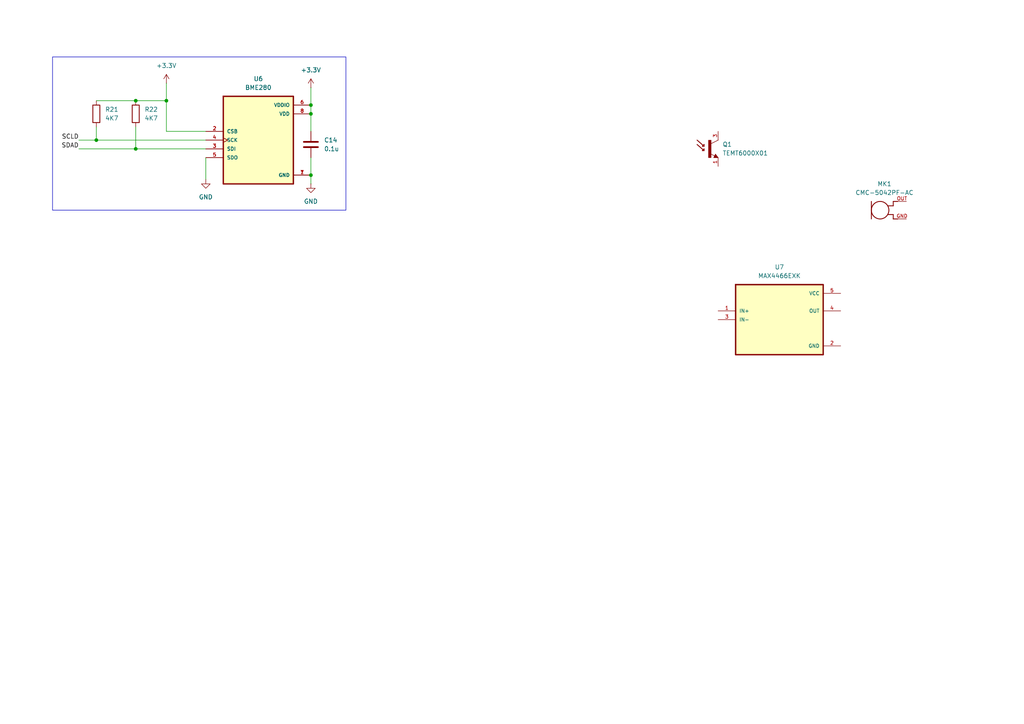
<source format=kicad_sch>
(kicad_sch (version 20250114) (generator "eeschema") (generator_version "9.0")
  (paper "A4")
  (lib_symbols
    (symbol "BME280:BME280" (pin_names (offset 1.016))
      (property "Reference" "U" (at -10.1662 13.3431 0))
      (property "Value" "BME280" (at -10.1683 -15.2524 0))
      (symbol "BME280_0_0"
        (rectangle (start -10.16 -12.7) (end 10.16 12.7) (stroke (width 0.4064)) (fill (type background)))
        (pin input line (at -15.24 2.54 0) (length 5.08) (name "CSB") (number "2"))
        (pin input clock (at -15.24 0 0) (length 5.08) (name "SCK") (number "4"))
        (pin bidirectional line (at -15.24 -2.54 0) (length 5.08) (name "SDI") (number "3"))
        (pin bidirectional line (at -15.24 -5.08 0) (length 5.08) (name "SDO") (number "5"))
        (pin power_in line (at 15.24 10.16 180) (length 5.08) (name "VDDIO") (number "6"))
        (pin power_in line (at 15.24 7.62 180) (length 5.08) (name "VDD") (number "8"))
        (pin power_in line (at 15.24 -10.16 180) (length 5.08) (name "GND") (number "1"))
        (pin power_in line (at 15.24 -10.16 180) (length 5.08) (name "GND") (number "7"))
      )
    )
    (symbol "CMC-5042PF-AC:CMC-5042PF-AC" (pin_names (offset 1.016))
      (property "Reference" "MK" (at -2.5424 5.0848 0))
      (property "Value" "CMC-5042PF-AC" (at -2.5442 -6.3606 0))
      (symbol "CMC-5042PF-AC_0_0"
        (polyline (pts (xy -2.54 2.54) (xy -2.54 -2.54)) (stroke (width 0.254)))
        (circle (center 0 0) (radius 2.54) (stroke (width 0.254)))
        (polyline (pts (xy 3.81 2.54) (xy 3.81 1.27)) (stroke (width 0.254)))
        (polyline (pts (xy 3.81 1.27) (xy 2.2352 1.27)) (stroke (width 0.254)))
        (polyline (pts (xy 3.81 -1.27) (xy 2.2352 -1.27)) (stroke (width 0.254)))
        (polyline (pts (xy 3.81 -2.54) (xy 3.81 -1.27)) (stroke (width 0.254)))
        (polyline (pts (xy 5.08 2.54) (xy 3.81 2.54)) (stroke (width 0.254)))
        (polyline (pts (xy 5.08 -2.54) (xy 3.81 -2.54)) (stroke (width 0.254)))
        (pin output line (at 7.62 2.54 180) (length 2.54) (name "~") (number "OUT"))
        (pin power_in line (at 7.62 -2.54 180) (length 2.54) (name "~") (number "GND"))
      )
    )
    (symbol "Device:C" (pin_numbers (hide yes)) (pin_names (offset 0.254))
      (property "Reference" "C" (at 0.635 2.54 0))
      (property "Value" "C" (at 0.635 -2.54 0))
      (symbol "C_0_1"
        (polyline (pts (xy -2.032 0.762) (xy 2.032 0.762)) (stroke (width 0.508)))
        (polyline (pts (xy -2.032 -0.762) (xy 2.032 -0.762)) (stroke (width 0.508)))
      )
      (symbol "C_1_1"
        (pin passive line (at 0 3.81 270) (length 2.794) (name "~") (number "1"))
        (pin passive line (at 0 -3.81 90) (length 2.794) (name "~") (number "2"))
      )
    )
    (symbol "Device:R" (pin_numbers (hide yes)) (pin_names (offset 0))
      (property "Reference" "R" (at 2.032 0 90))
      (property "Value" "R" (at 0 0 90))
      (symbol "R_0_1"
        (rectangle (start -1.016 -2.54) (end 1.016 2.54) (stroke (width 0.254)))
      )
      (symbol "R_1_1"
        (pin passive line (at 0 3.81 270) (length 1.27) (name "~") (number "1"))
        (pin passive line (at 0 -3.81 90) (length 1.27) (name "~") (number "2"))
      )
    )
    (symbol "MAX4466EXK:MAX4466EXK" (pin_names (offset 1.016))
      (property "Reference" "U" (at -12.7 11.16 0))
      (property "Value" "MAX4466EXK" (at -12.7 -14.16 0))
      (symbol "MAX4466EXK_0_0"
        (rectangle (start -12.7 -10.16) (end 12.7 10.16) (stroke (width 0.41)) (fill (type background)))
        (pin input line (at -17.78 2.54 0) (length 5.08) (name "IN+") (number "1"))
        (pin input line (at -17.78 0 0) (length 5.08) (name "IN-") (number "3"))
        (pin power_in line (at 17.78 7.62 180) (length 5.08) (name "VCC") (number "5"))
        (pin output line (at 17.78 2.54 180) (length 5.08) (name "OUT") (number "4"))
        (pin power_in line (at 17.78 -7.62 180) (length 5.08) (name "GND") (number "2"))
      )
    )
    (symbol "TEMT6000X01:TEMT6000X01" (pin_names (offset 1.016))
      (property "Reference" "Q" (at 5.0999 0 0))
      (property "Value" "TEMT6000X01" (at 5.0887 -2.5444 0))
      (symbol "TEMT6000X01_0_0"
        (polyline (pts (xy -3.556 2.54) (xy -1.524 0.762)) (stroke (width 0.254)))
        (polyline (pts (xy -3.556 1.27) (xy -1.524 -0.508)) (stroke (width 0.254)))
        (polyline (pts (xy -2.032 0.762) (xy -1.524 1.27)) (stroke (width 0.254)))
        (polyline (pts (xy -2.032 -0.508) (xy -1.524 0)) (stroke (width 0.254)))
        (polyline (pts (xy -1.524 1.27) (xy -1.524 0.762)) (stroke (width 0.254)))
        (polyline (pts (xy -1.524 0.762) (xy -2.032 0.762)) (stroke (width 0.254)))
        (polyline (pts (xy -1.524 0) (xy -1.524 -0.508)) (stroke (width 0.254)))
        (polyline (pts (xy -1.524 -0.508) (xy -2.032 -0.508)) (stroke (width 0.254)))
        (rectangle (start -0.2547 -2.5468) (end 0.508 2.54) (stroke (width 0.1)) (fill (type outline)))
        (polyline (pts (xy 1.27 -2.54) (xy 1.778 -1.524)) (stroke (width 0.1524)))
        (polyline (pts (xy 1.524 -2.286) (xy 1.905 -2.286)) (stroke (width 0.254)))
        (polyline (pts (xy 1.524 -2.413) (xy 2.286 -2.413)) (stroke (width 0.254)))
        (polyline (pts (xy 1.54 -2.04) (xy 0.308 -1.424)) (stroke (width 0.1524)))
        (polyline (pts (xy 1.778 -1.524) (xy 2.54 -2.54)) (stroke (width 0.1524)))
        (polyline (pts (xy 1.778 -1.778) (xy 1.524 -2.286)) (stroke (width 0.254)))
        (polyline (pts (xy 1.905 -2.286) (xy 1.778 -2.032)) (stroke (width 0.254)))
        (polyline (pts (xy 2.286 -2.413) (xy 1.778 -1.778)) (stroke (width 0.254)))
        (polyline (pts (xy 2.54 2.54) (xy 0.508 1.524)) (stroke (width 0.1524)))
        (polyline (pts (xy 2.54 -2.54) (xy 1.27 -2.54)) (stroke (width 0.1524)))
        (pin passive line (at 2.54 5.08 270) (length 2.54) (name "~") (number "3"))
        (pin passive line (at 2.54 -5.08 90) (length 2.54) (name "~") (number "1"))
      )
    )
    (symbol "power:+3.3V" (power) (pin_numbers (hide yes)) (pin_names (offset 0) (hide yes))
      (property "Value" "+3.3V" (at 0 3.556 0))
      (symbol "+3.3V_0_1"
        (polyline (pts (xy -0.762 1.27) (xy 0 2.54)))
        (polyline (pts (xy 0 2.54) (xy 0.762 1.27)))
        (polyline (pts (xy 0 0) (xy 0 2.54)))
      )
      (symbol "+3.3V_1_1"
        (pin power_in line (at 0 0 90) (length 0) (name "~") (number "1"))
      )
    )
    (symbol "power:GND" (power) (pin_numbers (hide yes)) (pin_names (offset 0) (hide yes))
      (property "Value" "GND" (at 0 -3.81 0))
      (symbol "GND_0_1"
        (polyline (pts (xy 0 0) (xy 0 -1.27) (xy 1.27 -1.27) (xy 0 -2.54) (xy -1.27 -1.27) (xy 0 -1.27)))
      )
      (symbol "GND_1_1"
        (pin power_in line (at 0 0 270) (length 0) (name "~") (number "1"))
      )
    )
  )
  (rectangle (start 15.24 16.51) (end 100.33 60.96))
  (junction (at 90.17 30.48))
  (junction (at 39.37 29.21))
  (junction (at 27.94 40.64))
  (junction (at 90.17 33.02))
  (junction (at 48.26 29.21))
  (junction (at 90.17 50.8))
  (junction (at 39.37 43.18))
  (wire (pts (xy 90.17 50.8) (xy 90.17 53.34)))
  (wire (pts (xy 90.17 45.72) (xy 90.17 50.8)))
  (wire (pts (xy 27.94 29.21) (xy 39.37 29.21)))
  (wire (pts (xy 59.69 38.1) (xy 48.26 38.1)))
  (wire (pts (xy 22.86 40.64) (xy 27.94 40.64)))
  (wire (pts (xy 39.37 29.21) (xy 48.26 29.21)))
  (wire (pts (xy 48.26 24.13) (xy 48.26 29.21)))
  (wire (pts (xy 22.86 43.18) (xy 39.37 43.18)))
  (wire (pts (xy 90.17 30.48) (xy 90.17 33.02)))
  (wire (pts (xy 90.17 33.02) (xy 90.17 38.1)))
  (wire (pts (xy 48.26 29.21) (xy 48.26 38.1)))
  (wire (pts (xy 27.94 36.83) (xy 27.94 40.64)))
  (wire (pts (xy 39.37 36.83) (xy 39.37 43.18)))
  (wire (pts (xy 39.37 43.18) (xy 59.69 43.18)))
  (wire (pts (xy 59.69 45.72) (xy 59.69 52.07)))
  (wire (pts (xy 90.17 25.4) (xy 90.17 30.48)))
  (wire (pts (xy 27.94 40.64) (xy 59.69 40.64)))
  (label "SDAD" (at 22.86 43.18 180))
  (label "SCLD" (at 22.86 40.64 180))
  (symbol (lib_id "TEMT6000X01:TEMT6000X01") (at 205.74 43.18 0) (unit 1)
    (property "Reference" "Q1" (at 209.55 41.8845 0) (effects (justify left)))
    (property "Value" "TEMT6000X01" (at 209.55 44.4245 0) (effects (justify left)))
    (property "Footprint" "TEMT6000X01:TRANS_TEMT6000X01" (effects (hide yes)))
    (property "MF" "Vishay Semiconductor" (effects (hide yes)))
    (property "Description_1" "Phototransistors 570nm Top View 1206 (3216 Metric)" (effects (hide yes)))
    (property "Package" "1206 Vishay" (effects (hide yes)))
    (property "Price" "None" (effects (hide yes)))
    (property "Check_prices" "https://www.snapeda.com/parts/TEMT6000X01/Vishay+Semiconductor+Opto+Division/view-part/?ref=eda" (effects (hide yes)))
    (property "STANDARD" "Manufacturer Recommendations" (effects (hide yes)))
    (property "PARTREV" "1.9" (effects (hide yes)))
    (property "SnapEDA_Link" "https://www.snapeda.com/parts/TEMT6000X01/Vishay+Semiconductor+Opto+Division/view-part/?ref=snap" (effects (hide yes)))
    (property "MP" "TEMT6000X01" (effects (hide yes)))
    (property "Availability" "In Stock" (effects (hide yes)))
    (property "MANUFACTURER" "VISHAY" (effects (hide yes)))
  )
  (symbol (lib_id "power:+3.3V") (at 48.26 24.13 0) (unit 1)
    (property "Reference" "#PWR036" (effects (hide yes)))
    (property "Value" "+3.3V" (at 48.26 19.05 0))
    (property "Description" "Power symbol creates a global label with name \"+3.3V\"" (effects (hide yes)))
  )
  (symbol (lib_id "CMC-5042PF-AC:CMC-5042PF-AC") (at 255.27 60.96 0) (unit 1)
    (property "Reference" "MK1" (at 256.54 53.34 0))
    (property "Value" "CMC-5042PF-AC" (at 256.54 55.88 0))
    (property "Footprint" "CMC-5042PF-AC:CUI_CMC-5042PF-AC" (effects (hide yes)))
    (property "MF" "Same Sky" (effects (hide yes)))
    (property "Description_1" "6.0 mm, Omnidirectional, PCB Mount, 2.0 Vdc, Electret Condenser Microphone" (effects (hide yes)))
    (property "Package" "None" (effects (hide yes)))
    (property "Price" "None" (effects (hide yes)))
    (property "Check_prices" "https://www.snapeda.com/parts/CMC-5042PF-AC/Same+Sky/view-part/?ref=eda" (effects (hide yes)))
    (property "STANDARD" "Manufacturer recommendations" (effects (hide yes)))
    (property "SnapEDA_Link" "https://www.snapeda.com/parts/CMC-5042PF-AC/Same+Sky/view-part/?ref=snap" (effects (hide yes)))
    (property "MP" "CMC-5042PF-AC" (effects (hide yes)))
    (property "Availability" "In Stock" (effects (hide yes)))
    (property "MANUFACTURER" "CUI INC" (effects (hide yes)))
  )
  (symbol (lib_id "Device:R") (at 27.94 33.02 0) (unit 1)
    (property "Reference" "R21" (at 30.48 31.7499 0) (effects (justify left)))
    (property "Value" "4K7" (at 30.48 34.2899 0) (effects (justify left)))
    (property "Description" "Resistor" (effects (hide yes)))
  )
  (symbol (lib_id "Device:R") (at 39.37 33.02 0) (unit 1)
    (property "Reference" "R22" (at 41.91 31.7499 0) (effects (justify left)))
    (property "Value" "4K7" (at 41.91 34.2899 0) (effects (justify left)))
    (property "Description" "Resistor" (effects (hide yes)))
  )
  (symbol (lib_id "MAX4466EXK:MAX4466EXK") (at 226.06 92.71 0) (unit 1)
    (property "Reference" "U7" (at 226.06 77.47 0))
    (property "Value" "MAX4466EXK" (at 226.06 80.01 0))
    (property "Footprint" "MAX4466EXK:SOT65P210X110-5N" (effects (hide yes)))
    (property "MF" "Analog Devices" (effects (hide yes)))
    (property "Description_1" "Amplifier IC 1-Channel (Mono) Class AB SC-70-5" (effects (hide yes)))
    (property "Package" "SC-70-5 Maxim" (effects (hide yes)))
    (property "Price" "None" (effects (hide yes)))
    (property "SnapEDA_Link" "https://www.snapeda.com/parts/MAX4466EXK/Analog+Devices/view-part/?ref=snap" (effects (hide yes)))
    (property "MP" "MAX4466EXK" (effects (hide yes)))
    (property "Availability" "In Stock" (effects (hide yes)))
    (property "Check_prices" "https://www.snapeda.com/parts/MAX4466EXK/Analog+Devices/view-part/?ref=eda" (effects (hide yes)))
  )
  (symbol (lib_id "power:GND") (at 90.17 53.34 0) (unit 1)
    (property "Reference" "#PWR040" (effects (hide yes)))
    (property "Value" "GND" (at 90.17 58.42 0))
    (property "Description" "Power symbol creates a global label with name \"GND\" , ground" (effects (hide yes)))
  )
  (symbol (lib_id "power:+3.3V") (at 90.17 25.4 0) (unit 1)
    (property "Reference" "#PWR038" (effects (hide yes)))
    (property "Value" "+3.3V" (at 90.17 20.32 0))
    (property "Description" "Power symbol creates a global label with name \"+3.3V\"" (effects (hide yes)))
  )
  (symbol (lib_id "power:GND") (at 59.69 52.07 0) (unit 1)
    (property "Reference" "#PWR039" (effects (hide yes)))
    (property "Value" "GND" (at 59.69 57.15 0))
    (property "Description" "Power symbol creates a global label with name \"GND\" , ground" (effects (hide yes)))
  )
  (symbol (lib_id "BME280:BME280") (at 74.93 40.64 0) (unit 1)
    (property "Reference" "U6" (at 74.93 22.86 0))
    (property "Value" "BME280" (at 74.93 25.4 0))
    (property "Footprint" "BME280:PSON65P250X250X100-8N" (effects (hide yes)))
    (property "MF" "Bosch" (effects (hide yes)))
    (property "DESCRIPTION" "Integrated pressure, humidity and temperature sensor; 8-pin 2.5x2.5x0.93mm LGA" (effects (hide yes)))
    (property "PACKAGE" "LGA-8 Bosch" (effects (hide yes)))
    (property "PRICE" "4.94 USD" (effects (hide yes)))
    (property "Package" "LGA-8 Bosch" (effects (hide yes)))
    (property "Check_prices" "https://www.snapeda.com/parts/BME280/Bosch+Sensortec/view-part/?ref=eda" (effects (hide yes)))
    (property "STANDARD" "IPC-7351B" (effects (hide yes)))
    (property "SnapEDA_Link" "https://www.snapeda.com/parts/BME280/Bosch+Sensortec/view-part/?ref=snap" (effects (hide yes)))
    (property "MP" "BME280" (effects (hide yes)))
    (property "Price" "None" (effects (hide yes)))
    (property "Availability" "In Stock" (effects (hide yes)))
    (property "AVAILABILITY" "Good" (effects (hide yes)))
    (property "Description_1" "Board Mount Humidity Sensors MEMS humidity, pressure and temperature sensor" (effects (hide yes)))
  )
  (symbol (lib_id "Device:C") (at 90.17 41.91 0) (unit 1)
    (property "Reference" "C14" (at 93.98 40.6399 0) (effects (justify left)))
    (property "Value" "0.1u" (at 93.98 43.1799 0) (effects (justify left)))
    (property "Description" "Unpolarized capacitor" (effects (hide yes)))
  )
)
</source>
